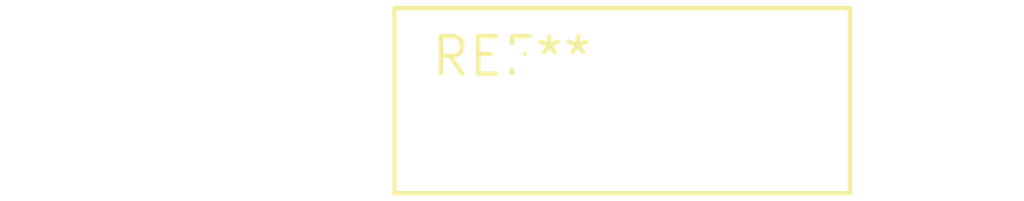
<source format=kicad_pcb>
(kicad_pcb (version 20240108) (generator pcbnew)
  (layers (0 "F.Cu" signal) (31 "B.Cu" signal) (34 "B.Paste" user) (35 "F.Paste" user) (36 "B.SilkS" user "B.Silkscreen") (37 "F.SilkS" user "F.Silkscreen") (38 "B.Mask" user) (39 "F.Mask" user) (44 "Edge.Cuts" user))
  (net 0 "")
  (footprint "RV_Disc_D15.5mm_W6.3mm_P7.5mm" (layer "F.Cu") (at 0 0)
    (property "Reference" "REF**")
    (property "Value" "RV_Disc_D15.5mm_W6.3mm_P7.5mm")
    (fp_line (start -4 -1.65) (end -4 4.65) (layer "F.SilkS") (stroke (width 0.15)))
    (fp_line (start -4 -1.65) (end 11.5 -1.65) (layer "F.SilkS") (stroke (width 0.15)))
    (fp_line (start -4 4.65) (end 11.5 4.65) (layer "F.SilkS") (stroke (width 0.15)))
    (fp_line (start 11.5 -1.65) (end 11.5 4.65) (layer "F.SilkS") (stroke (width 0.15)))
    (pad "1" thru_hole circle (at 0 0) (size 1.8 1.8) (drill 0.8) (layers *.Cu *.Mask) (remove_unused_layers))
    (pad "2" thru_hole circle (at 7.5 3) (size 1.8 1.8) (drill 0.8) (layers *.Cu *.Mask) (remove_unused_layers))
  )
)
</source>
